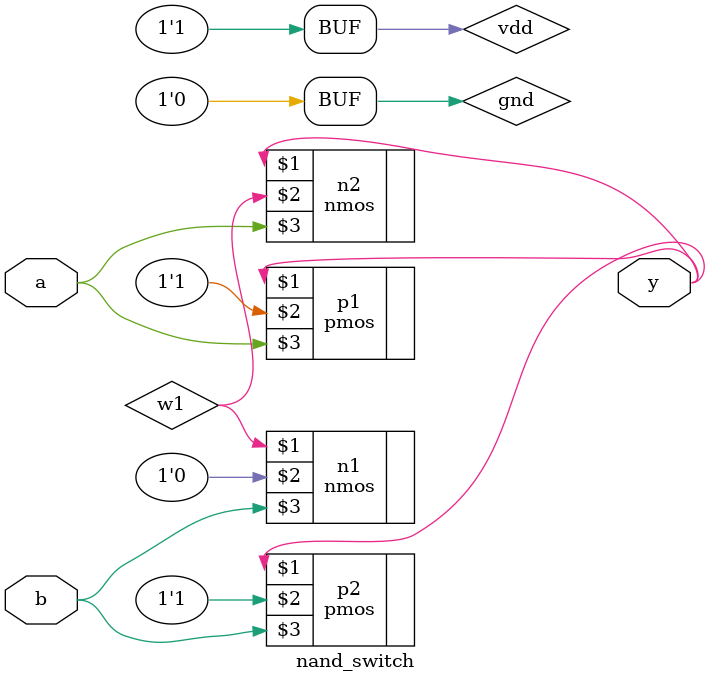
<source format=v>
`timescale 1ns / 1ps


module nand_switch(input a,b,output y);
wire w1;
supply0 gnd;
supply1 vdd;
pmos p1(y,vdd,a);
pmos p2(y,vdd,b);
nmos n1(w1,gnd,b);
nmos n2(y,w1,a);
endmodule

</source>
